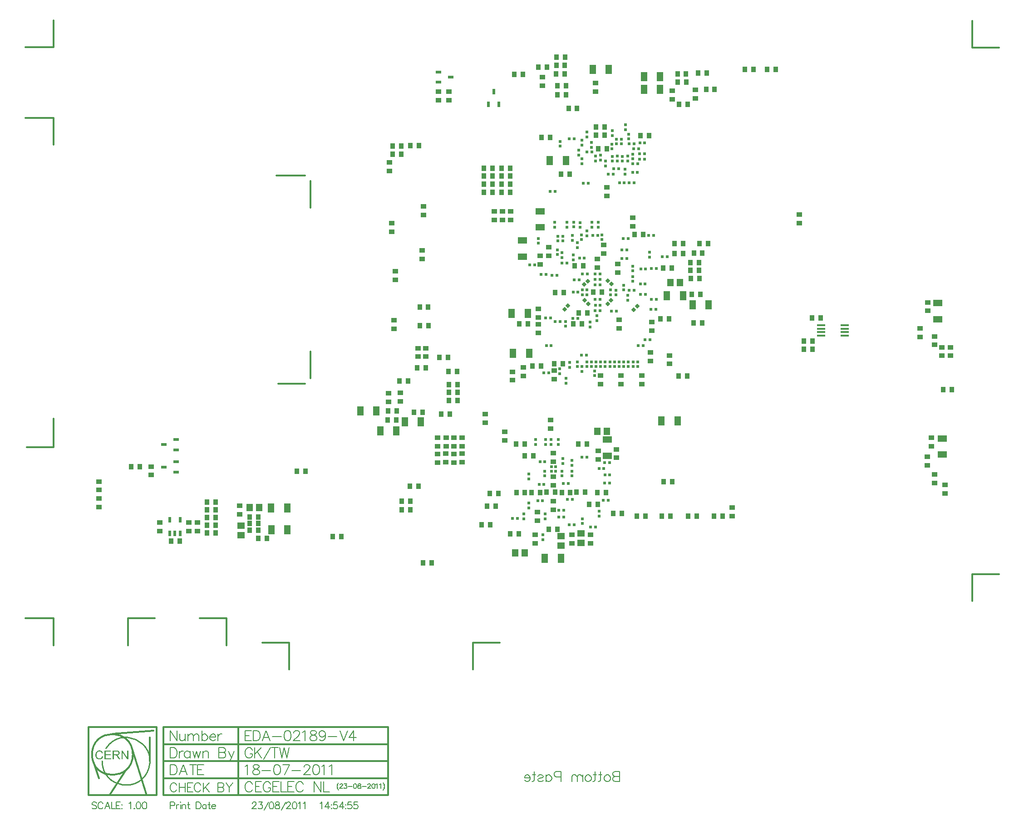
<source format=gbr>
%FSLAX24Y24*%
%MOIN*%
G70*
G01*
G75*
G04 Layer_Color=128*
%ADD10R,0.0787X0.0984*%
%ADD11R,0.0197X0.0906*%
%ADD12R,0.0787X0.0197*%
%ADD13R,0.0433X0.0236*%
%ADD14R,0.0236X0.0413*%
%ADD15R,0.0394X0.0394*%
%ADD16R,0.0394X0.0236*%
%ADD17R,0.0689X0.0984*%
%ADD18R,0.0335X0.0118*%
%ADD19R,0.0610X0.0236*%
%ADD20R,0.0236X0.0807*%
%ADD21C,0.0252*%
%ADD22O,0.0413X0.0138*%
%ADD23O,0.0138X0.0413*%
%ADD24R,0.1280X0.1280*%
%ADD25R,0.1398X0.1398*%
%ADD26O,0.0118X0.0354*%
%ADD27O,0.0354X0.0118*%
%ADD28R,0.1319X0.1319*%
%ADD29O,0.0413X0.0118*%
%ADD30O,0.0118X0.0413*%
%ADD31R,0.1004X0.1004*%
%ADD32R,0.0276X0.1575*%
%ADD33R,0.0276X0.1260*%
%ADD34R,0.0827X0.0551*%
%ADD35R,0.0709X0.0787*%
%ADD36R,0.0532X0.0492*%
%ADD37R,0.0669X0.0846*%
%ADD38R,0.0608X0.0512*%
%ADD39R,0.0354X0.0433*%
%ADD40R,0.0787X0.1063*%
%ADD41R,0.0354X0.0374*%
%ADD42C,0.0354*%
%ADD43R,0.1142X0.2126*%
%ADD44R,0.1500X0.1671*%
%ADD45R,0.1260X0.0965*%
%ADD46R,0.0453X0.1063*%
%ADD47C,0.0157*%
%ADD48C,0.0394*%
%ADD49C,0.0197*%
%ADD50C,0.0177*%
%ADD51R,0.0787X0.0354*%
%ADD52R,0.1671X0.1500*%
%ADD53R,0.0394X0.0354*%
%ADD54R,0.0394X0.0374*%
%ADD55R,0.0453X0.0709*%
%ADD56R,0.0709X0.0453*%
%ADD57R,0.1063X0.0453*%
%ADD58R,0.0244X0.0244*%
%ADD59R,0.0354X0.0394*%
%ADD60R,0.0374X0.0394*%
%ADD61R,0.0453X0.0571*%
%ADD62R,0.0571X0.0453*%
%ADD63R,0.0591X0.0177*%
%ADD64R,0.0236X0.0236*%
%ADD65P,0.0557X4X180.0*%
%ADD66R,0.0118X0.0335*%
%ADD67R,0.0984X0.0689*%
%ADD68R,0.0244X0.0244*%
%ADD69R,0.0236X0.0236*%
%ADD70R,0.0413X0.0236*%
%ADD71R,0.0236X0.0394*%
%ADD72C,0.0050*%
%ADD73C,0.0600*%
%ADD74C,0.0300*%
%ADD75C,0.0120*%
%ADD76C,0.0100*%
%ADD77C,0.0080*%
%ADD78C,0.0150*%
%ADD79C,0.0060*%
%ADD80C,0.0160*%
%ADD81C,0.0240*%
%ADD82C,0.0200*%
%ADD83C,0.0070*%
%ADD84C,0.0140*%
%ADD85C,0.0180*%
%ADD86C,0.0260*%
%ADD87C,0.0400*%
%ADD88C,0.0787*%
%ADD89R,0.0787X0.0787*%
%ADD90C,0.2362*%
%ADD91C,0.2244*%
%ADD92C,0.2283*%
%ADD93C,0.0630*%
%ADD94C,0.0669*%
%ADD95C,0.0591*%
%ADD96R,0.0591X0.0591*%
%ADD97R,0.1181X0.0866*%
%ADD98C,0.1575*%
%ADD99C,0.0295*%
%ADD100C,0.0472*%
%ADD101R,0.0236X0.0433*%
%ADD102R,0.0236X0.0413*%
%ADD103P,0.0557X4X270.0*%
%ADD104P,0.0345X4X90.0*%
%ADD105P,0.0345X4X360.0*%
%ADD106C,0.0500*%
%ADD107C,0.0079*%
%ADD108C,0.0098*%
%ADD109C,0.0039*%
%ADD110C,0.0118*%
%ADD111C,0.0030*%
%ADD112R,0.0670X0.1810*%
%ADD113R,0.0270X0.0320*%
%ADD114R,0.0550X0.0340*%
%ADD115R,0.1460X0.0760*%
%ADD116R,0.2010X0.0890*%
%ADD117R,0.1800X0.0500*%
%ADD118R,0.4000X0.0450*%
%ADD119R,0.2050X0.0600*%
%ADD120R,0.0850X0.1000*%
%ADD121R,0.0400X0.1000*%
%ADD122R,0.0550X0.1100*%
%ADD123R,0.0400X0.1050*%
%ADD124R,0.1650X0.1150*%
%ADD125R,0.1170X0.1430*%
%ADD126R,0.1120X0.0640*%
%ADD127R,0.1110X0.0950*%
%ADD128R,0.1140X0.0430*%
%ADD129R,0.1130X0.0630*%
%ADD130R,0.1160X0.0440*%
%ADD131R,0.1110X0.0700*%
%ADD132R,0.1060X0.0270*%
%ADD133R,0.5850X0.0150*%
%ADD134R,0.1650X0.1050*%
%ADD135R,0.1800X0.1100*%
%ADD136R,0.2880X0.1120*%
%ADD137R,0.6810X0.0690*%
%ADD138R,0.5410X0.0280*%
%ADD139R,0.0230X0.0310*%
%ADD140R,0.0310X0.1000*%
%ADD141R,0.0380X0.0820*%
%ADD142R,0.0380X0.1240*%
%ADD143R,0.0350X0.1240*%
%ADD144R,0.0280X0.0790*%
%ADD145R,0.0440X0.1020*%
%ADD146R,0.0530X0.1020*%
%ADD147R,0.0886X0.0886*%
%ADD148R,0.0835X0.0835*%
%ADD149C,0.0000*%
%ADD150P,0.0000X4X180.0*%
%ADD151P,0.0000X4X270.0*%
G36*
X35074Y25290D02*
X35082D01*
X35102Y25289D01*
X35122Y25287D01*
X35144Y25283D01*
X35164Y25279D01*
X35174Y25276D01*
X35183Y25273D01*
X35184D01*
X35185Y25272D01*
X35190Y25271D01*
X35198Y25266D01*
X35208Y25259D01*
X35220Y25251D01*
X35231Y25240D01*
X35243Y25228D01*
X35254Y25212D01*
X35255Y25210D01*
X35258Y25204D01*
X35263Y25195D01*
X35267Y25184D01*
X35272Y25169D01*
X35277Y25152D01*
X35280Y25135D01*
X35281Y25115D01*
Y25114D01*
Y25112D01*
Y25108D01*
X35280Y25104D01*
Y25098D01*
X35279Y25091D01*
X35275Y25075D01*
X35270Y25057D01*
X35263Y25038D01*
X35251Y25019D01*
X35244Y25009D01*
X35236Y25000D01*
X35234Y24998D01*
X35231Y24996D01*
X35228Y24992D01*
X35224Y24989D01*
X35218Y24985D01*
X35211Y24981D01*
X35203Y24976D01*
X35194Y24971D01*
X35184Y24966D01*
X35173Y24961D01*
X35160Y24956D01*
X35147Y24951D01*
X35133Y24947D01*
X35117Y24945D01*
X35101Y24942D01*
X35103Y24941D01*
X35106Y24939D01*
X35112Y24936D01*
X35119Y24932D01*
X35136Y24921D01*
X35144Y24915D01*
X35151Y24909D01*
X35153Y24907D01*
X35158Y24904D01*
X35165Y24896D01*
X35174Y24886D01*
X35185Y24873D01*
X35196Y24859D01*
X35209Y24842D01*
X35222Y24824D01*
X35333Y24650D01*
X35226D01*
X35142Y24783D01*
Y24783D01*
X35140Y24785D01*
X35138Y24788D01*
X35136Y24792D01*
X35129Y24802D01*
X35120Y24815D01*
X35110Y24829D01*
X35100Y24844D01*
X35090Y24858D01*
X35080Y24870D01*
X35079Y24871D01*
X35076Y24875D01*
X35071Y24881D01*
X35066Y24888D01*
X35052Y24902D01*
X35045Y24908D01*
X35037Y24913D01*
X35036Y24914D01*
X35034Y24915D01*
X35030Y24917D01*
X35025Y24920D01*
X35014Y24926D01*
X34999Y24931D01*
X34998D01*
X34996Y24932D01*
X34992D01*
X34987Y24933D01*
X34981Y24934D01*
X34973D01*
X34963Y24935D01*
X34854D01*
Y24650D01*
X34769D01*
Y25291D01*
X35066D01*
X35074Y25290D01*
D02*
G37*
G36*
X34636Y25216D02*
X34257D01*
Y25019D01*
X34612D01*
Y24944D01*
X34257D01*
Y24725D01*
X34651D01*
Y24650D01*
X34172D01*
Y25291D01*
X34636D01*
Y25216D01*
D02*
G37*
G36*
X35917Y24650D02*
X35831D01*
X35494Y25153D01*
Y24650D01*
X35413D01*
Y25291D01*
X35499D01*
X35836Y24787D01*
Y25291D01*
X35917D01*
Y24650D01*
D02*
G37*
G36*
X33818Y25301D02*
X33826Y25300D01*
X33836Y25299D01*
X33846Y25298D01*
X33858Y25296D01*
X33884Y25290D01*
X33911Y25281D01*
X33924Y25275D01*
X33938Y25269D01*
X33951Y25261D01*
X33964Y25252D01*
X33965Y25251D01*
X33966Y25250D01*
X33969Y25247D01*
X33974Y25243D01*
X33979Y25238D01*
X33986Y25231D01*
X33993Y25225D01*
X34000Y25217D01*
X34007Y25207D01*
X34014Y25197D01*
X34022Y25186D01*
X34030Y25173D01*
X34037Y25160D01*
X34044Y25146D01*
X34055Y25114D01*
X33971Y25095D01*
Y25096D01*
X33970Y25098D01*
X33969Y25102D01*
X33967Y25107D01*
X33965Y25112D01*
X33962Y25119D01*
X33955Y25134D01*
X33946Y25150D01*
X33934Y25168D01*
X33922Y25184D01*
X33906Y25197D01*
X33904Y25198D01*
X33898Y25202D01*
X33889Y25207D01*
X33877Y25214D01*
X33862Y25220D01*
X33843Y25225D01*
X33823Y25229D01*
X33800Y25230D01*
X33793D01*
X33788Y25229D01*
X33781D01*
X33774Y25228D01*
X33757Y25225D01*
X33737Y25221D01*
X33717Y25214D01*
X33696Y25205D01*
X33677Y25193D01*
X33676D01*
X33675Y25191D01*
X33669Y25187D01*
X33660Y25179D01*
X33649Y25168D01*
X33639Y25154D01*
X33627Y25139D01*
X33616Y25119D01*
X33607Y25098D01*
Y25097D01*
X33606Y25095D01*
X33605Y25092D01*
X33604Y25087D01*
X33602Y25082D01*
X33601Y25075D01*
X33598Y25060D01*
X33594Y25041D01*
X33591Y25021D01*
X33589Y24998D01*
X33588Y24975D01*
Y24974D01*
Y24971D01*
Y24967D01*
Y24961D01*
X33589Y24954D01*
Y24945D01*
X33590Y24937D01*
X33591Y24927D01*
X33594Y24905D01*
X33598Y24880D01*
X33603Y24856D01*
X33611Y24832D01*
Y24831D01*
X33612Y24829D01*
X33614Y24826D01*
X33616Y24823D01*
X33621Y24811D01*
X33629Y24798D01*
X33640Y24783D01*
X33652Y24768D01*
X33667Y24753D01*
X33684Y24741D01*
X33685D01*
X33686Y24740D01*
X33689Y24738D01*
X33693Y24736D01*
X33704Y24732D01*
X33718Y24726D01*
X33733Y24721D01*
X33752Y24716D01*
X33772Y24712D01*
X33794Y24711D01*
X33801D01*
X33805Y24712D01*
X33811D01*
X33819Y24713D01*
X33836Y24716D01*
X33854Y24721D01*
X33875Y24729D01*
X33894Y24739D01*
X33914Y24752D01*
X33915Y24753D01*
X33916Y24754D01*
X33922Y24760D01*
X33930Y24770D01*
X33941Y24783D01*
X33952Y24800D01*
X33964Y24821D01*
X33973Y24846D01*
X33981Y24874D01*
X34066Y24853D01*
Y24852D01*
X34065Y24848D01*
X34063Y24843D01*
X34061Y24835D01*
X34057Y24827D01*
X34053Y24817D01*
X34049Y24806D01*
X34044Y24794D01*
X34031Y24768D01*
X34013Y24742D01*
X33994Y24716D01*
X33982Y24704D01*
X33969Y24694D01*
X33968Y24693D01*
X33966Y24692D01*
X33963Y24689D01*
X33957Y24685D01*
X33950Y24681D01*
X33942Y24676D01*
X33933Y24671D01*
X33923Y24666D01*
X33911Y24661D01*
X33898Y24657D01*
X33884Y24652D01*
X33869Y24648D01*
X33837Y24641D01*
X33819Y24640D01*
X33801Y24639D01*
X33791D01*
X33783Y24640D01*
X33774D01*
X33764Y24641D01*
X33753Y24643D01*
X33741Y24644D01*
X33714Y24650D01*
X33685Y24657D01*
X33658Y24667D01*
X33644Y24673D01*
X33632Y24681D01*
X33631Y24682D01*
X33629Y24683D01*
X33626Y24686D01*
X33621Y24689D01*
X33609Y24699D01*
X33596Y24712D01*
X33579Y24729D01*
X33563Y24750D01*
X33547Y24775D01*
X33533Y24803D01*
Y24804D01*
X33532Y24807D01*
X33530Y24811D01*
X33528Y24817D01*
X33525Y24824D01*
X33522Y24833D01*
X33519Y24843D01*
X33517Y24855D01*
X33514Y24866D01*
X33511Y24880D01*
X33505Y24909D01*
X33501Y24941D01*
X33500Y24975D01*
Y24976D01*
Y24980D01*
Y24985D01*
X33501Y24991D01*
Y25000D01*
X33502Y25011D01*
X33503Y25022D01*
X33505Y25034D01*
X33510Y25062D01*
X33516Y25091D01*
X33525Y25121D01*
X33538Y25149D01*
Y25150D01*
X33540Y25152D01*
X33542Y25156D01*
X33545Y25162D01*
X33549Y25168D01*
X33554Y25175D01*
X33566Y25191D01*
X33581Y25210D01*
X33599Y25229D01*
X33622Y25247D01*
X33646Y25263D01*
X33647D01*
X33649Y25265D01*
X33653Y25267D01*
X33659Y25269D01*
X33665Y25271D01*
X33673Y25275D01*
X33682Y25278D01*
X33692Y25282D01*
X33703Y25286D01*
X33715Y25289D01*
X33741Y25296D01*
X33770Y25300D01*
X33802Y25302D01*
X33811D01*
X33818Y25301D01*
D02*
G37*
%LPC*%
G36*
X35056Y25220D02*
X34854D01*
Y25008D01*
X35045D01*
X35056Y25009D01*
X35068Y25010D01*
X35083Y25011D01*
X35099Y25013D01*
X35113Y25016D01*
X35126Y25020D01*
X35128Y25021D01*
X35132Y25022D01*
X35138Y25025D01*
X35144Y25028D01*
X35152Y25034D01*
X35161Y25041D01*
X35169Y25049D01*
X35176Y25058D01*
X35177Y25059D01*
X35179Y25063D01*
X35182Y25068D01*
X35185Y25075D01*
X35187Y25083D01*
X35190Y25093D01*
X35192Y25104D01*
X35193Y25115D01*
Y25116D01*
Y25117D01*
Y25123D01*
X35191Y25131D01*
X35189Y25142D01*
X35185Y25153D01*
X35180Y25166D01*
X35171Y25179D01*
X35160Y25190D01*
X35158Y25191D01*
X35154Y25195D01*
X35145Y25200D01*
X35135Y25205D01*
X35120Y25211D01*
X35103Y25215D01*
X35081Y25219D01*
X35056Y25220D01*
D02*
G37*
%LPD*%
D16*
X59586Y74778D02*
D03*
X58680Y75152D02*
D03*
Y74404D02*
D03*
X38520Y46128D02*
D03*
X39426Y45754D02*
D03*
Y46502D02*
D03*
X39436Y48142D02*
D03*
Y47394D02*
D03*
X38530Y47768D02*
D03*
D53*
X95659Y54301D02*
D03*
Y54931D02*
D03*
X58683Y73083D02*
D03*
Y73713D02*
D03*
X80273Y43153D02*
D03*
Y42523D02*
D03*
X85200Y64063D02*
D03*
Y64693D02*
D03*
X38239Y41433D02*
D03*
Y42063D02*
D03*
X40979Y41423D02*
D03*
Y42053D02*
D03*
X62793Y64913D02*
D03*
Y64283D02*
D03*
X63993D02*
D03*
Y64913D02*
D03*
X63403Y64283D02*
D03*
Y64913D02*
D03*
X58643Y47083D02*
D03*
Y46453D02*
D03*
X59253Y48283D02*
D03*
Y47653D02*
D03*
X60443Y48283D02*
D03*
Y47653D02*
D03*
X59843Y46463D02*
D03*
Y47093D02*
D03*
X63573Y48083D02*
D03*
Y48713D02*
D03*
X94903Y47653D02*
D03*
Y48283D02*
D03*
X95900Y44190D02*
D03*
Y44820D02*
D03*
X96280Y54301D02*
D03*
Y54931D02*
D03*
X94613Y57603D02*
D03*
Y58233D02*
D03*
X33750Y45065D02*
D03*
Y44435D02*
D03*
X70376Y61425D02*
D03*
Y60795D02*
D03*
X69876Y41141D02*
D03*
Y40511D02*
D03*
X71063Y66673D02*
D03*
Y66043D02*
D03*
X70829Y61829D02*
D03*
Y62459D02*
D03*
X70213Y74353D02*
D03*
Y73723D02*
D03*
X66924Y48954D02*
D03*
Y49584D02*
D03*
X60433Y46473D02*
D03*
Y47103D02*
D03*
X59243Y46473D02*
D03*
Y47103D02*
D03*
X59843Y48283D02*
D03*
Y47653D02*
D03*
X58643Y48283D02*
D03*
Y47653D02*
D03*
X40349Y42043D02*
D03*
Y41413D02*
D03*
X59473Y73083D02*
D03*
Y73713D02*
D03*
X37600Y45535D02*
D03*
Y46165D02*
D03*
X33750Y43185D02*
D03*
Y43815D02*
D03*
D54*
X95143Y45583D02*
D03*
Y44953D02*
D03*
X95113Y55103D02*
D03*
Y55733D02*
D03*
X74353Y56163D02*
D03*
Y56793D02*
D03*
X62113Y49373D02*
D03*
Y50003D02*
D03*
X94073Y55683D02*
D03*
Y56313D02*
D03*
X57750Y54865D02*
D03*
Y54235D02*
D03*
X57200D02*
D03*
Y54865D02*
D03*
X67120Y46515D02*
D03*
Y47145D02*
D03*
X70432Y46673D02*
D03*
Y47303D02*
D03*
X68498Y40511D02*
D03*
Y41141D02*
D03*
X65803Y40523D02*
D03*
Y41153D02*
D03*
X72964Y64437D02*
D03*
Y63807D02*
D03*
X67190Y52576D02*
D03*
Y53206D02*
D03*
X70595Y52212D02*
D03*
Y52842D02*
D03*
X73617D02*
D03*
Y52212D02*
D03*
X72111D02*
D03*
Y52842D02*
D03*
X71763Y47433D02*
D03*
Y46803D02*
D03*
X71960Y56327D02*
D03*
Y56957D02*
D03*
X66145Y61640D02*
D03*
Y61010D02*
D03*
X66033Y57113D02*
D03*
Y57743D02*
D03*
X64933Y52813D02*
D03*
Y53443D02*
D03*
X71872Y61061D02*
D03*
Y60431D02*
D03*
X66033Y56603D02*
D03*
Y55973D02*
D03*
X94583Y46243D02*
D03*
Y46873D02*
D03*
X44088Y42657D02*
D03*
Y43287D02*
D03*
X65953Y42824D02*
D03*
Y42195D02*
D03*
X67125Y44783D02*
D03*
Y45413D02*
D03*
X67130Y43605D02*
D03*
Y42975D02*
D03*
X64123Y53133D02*
D03*
Y52503D02*
D03*
X66333Y74793D02*
D03*
Y74163D02*
D03*
X66793Y61663D02*
D03*
Y62293D02*
D03*
X74260Y53925D02*
D03*
Y54555D02*
D03*
X77573Y73853D02*
D03*
Y73223D02*
D03*
X55023Y50923D02*
D03*
Y51553D02*
D03*
X55893Y50943D02*
D03*
Y51573D02*
D03*
X75663Y54333D02*
D03*
Y53703D02*
D03*
X75853Y73163D02*
D03*
Y73793D02*
D03*
X55256Y64035D02*
D03*
Y63406D02*
D03*
X57486Y62045D02*
D03*
Y61415D02*
D03*
X55423Y56929D02*
D03*
Y56299D02*
D03*
X55098Y68504D02*
D03*
Y67874D02*
D03*
X57579Y65288D02*
D03*
Y64658D02*
D03*
X55533Y59893D02*
D03*
Y60523D02*
D03*
D55*
X52952Y50248D02*
D03*
X54134D02*
D03*
X76254Y49528D02*
D03*
X75072D02*
D03*
X47579Y43118D02*
D03*
X46398D02*
D03*
X47609Y41528D02*
D03*
X46428D02*
D03*
X78534Y58038D02*
D03*
X77352D02*
D03*
X65249Y57418D02*
D03*
X64068D02*
D03*
X74960Y73874D02*
D03*
X73779D02*
D03*
X70012Y75358D02*
D03*
X71194D02*
D03*
X73782Y74828D02*
D03*
X74964D02*
D03*
X76647Y58708D02*
D03*
X75466D02*
D03*
X55604Y48778D02*
D03*
X54422D02*
D03*
X57394Y49438D02*
D03*
X56212D02*
D03*
X66867Y68659D02*
D03*
X68048D02*
D03*
X67681Y39430D02*
D03*
X66499D02*
D03*
X65359Y54476D02*
D03*
X64178D02*
D03*
D56*
X95373Y58179D02*
D03*
Y56997D02*
D03*
X64863Y62769D02*
D03*
Y61587D02*
D03*
X71100Y46959D02*
D03*
Y48141D02*
D03*
X66164Y63746D02*
D03*
Y64928D02*
D03*
X95683Y48229D02*
D03*
Y47047D02*
D03*
D58*
X66576Y57088D02*
D03*
X66930D02*
D03*
X70835Y46023D02*
D03*
X70481D02*
D03*
X66580Y60288D02*
D03*
X66226D02*
D03*
X73863Y55480D02*
D03*
X74217D02*
D03*
X66081Y44842D02*
D03*
X66436D02*
D03*
X69231Y46840D02*
D03*
X69585D02*
D03*
X68646Y41868D02*
D03*
X68292D02*
D03*
X72711Y59113D02*
D03*
X73066D02*
D03*
X67763Y61110D02*
D03*
X68117D02*
D03*
X71764Y57587D02*
D03*
X71409D02*
D03*
X68673Y59890D02*
D03*
X69027D02*
D03*
X68937Y58990D02*
D03*
X68583D02*
D03*
X70209Y59929D02*
D03*
X70563D02*
D03*
X70209Y57606D02*
D03*
X70563D02*
D03*
X69627Y60320D02*
D03*
X69273D02*
D03*
X70563Y60313D02*
D03*
X70209D02*
D03*
Y59516D02*
D03*
X70563D02*
D03*
X70218Y58010D02*
D03*
X70573D02*
D03*
X70560Y58448D02*
D03*
X70206D02*
D03*
X67389Y60215D02*
D03*
X67034D02*
D03*
X65408Y60982D02*
D03*
X65762D02*
D03*
X67621Y56827D02*
D03*
X67267D02*
D03*
X72522Y61465D02*
D03*
X72167D02*
D03*
X66909Y66374D02*
D03*
X67263D02*
D03*
X74306Y57728D02*
D03*
X74660D02*
D03*
X68227Y44901D02*
D03*
X67873D02*
D03*
X64497Y42342D02*
D03*
X64142D02*
D03*
X66970Y55038D02*
D03*
X66616D02*
D03*
X67534Y42448D02*
D03*
X67888D02*
D03*
X65983Y43661D02*
D03*
X66337D02*
D03*
X68178Y43740D02*
D03*
X68532D02*
D03*
X66153Y46520D02*
D03*
X66507D02*
D03*
X69871Y41712D02*
D03*
X70225D02*
D03*
X67879Y42940D02*
D03*
X67524D02*
D03*
X73723Y55056D02*
D03*
X73369D02*
D03*
X68932Y57055D02*
D03*
X68577D02*
D03*
X72157Y62085D02*
D03*
X72512D02*
D03*
X72263Y62930D02*
D03*
X72617D02*
D03*
X69401Y61484D02*
D03*
X69047D02*
D03*
X73486Y69949D02*
D03*
X73840D02*
D03*
X73473Y68760D02*
D03*
X73827D02*
D03*
X71983Y67000D02*
D03*
X72337D02*
D03*
X68660Y70238D02*
D03*
X68306D02*
D03*
X71164Y67644D02*
D03*
X71519D02*
D03*
X72703Y67000D02*
D03*
X73057D02*
D03*
X72976Y68408D02*
D03*
X73330D02*
D03*
X74126Y63138D02*
D03*
X74480D02*
D03*
X73543Y58830D02*
D03*
X73897D02*
D03*
X74326Y58458D02*
D03*
X74680D02*
D03*
X74687Y60707D02*
D03*
X74333D02*
D03*
X73555Y60697D02*
D03*
X73909D02*
D03*
X73516Y59585D02*
D03*
X73870D02*
D03*
X69333Y66967D02*
D03*
X69687D02*
D03*
X70380Y63138D02*
D03*
X70025D02*
D03*
X75497Y61570D02*
D03*
X75143D02*
D03*
D59*
X76319Y52805D02*
D03*
X76949D02*
D03*
X73278Y42528D02*
D03*
X73908D02*
D03*
X75098Y42518D02*
D03*
X75728D02*
D03*
X77028Y42528D02*
D03*
X77658D02*
D03*
X78928D02*
D03*
X79558D02*
D03*
X72148Y42718D02*
D03*
X71518D02*
D03*
X86148Y55370D02*
D03*
X85518D02*
D03*
X56628Y43618D02*
D03*
X55998D02*
D03*
X56628Y42988D02*
D03*
X55998D02*
D03*
X62268Y43258D02*
D03*
X62898D02*
D03*
X77858Y62548D02*
D03*
X78488D02*
D03*
X62458Y44188D02*
D03*
X63088D02*
D03*
X83448Y75358D02*
D03*
X82818D02*
D03*
X36135Y46150D02*
D03*
X36765D02*
D03*
X64888Y74968D02*
D03*
X64258D02*
D03*
X68683Y60913D02*
D03*
X69313D02*
D03*
X55958Y69133D02*
D03*
X55328D02*
D03*
X55958Y69708D02*
D03*
X55328D02*
D03*
X42334Y41278D02*
D03*
X41704D02*
D03*
X42336Y41845D02*
D03*
X41706D02*
D03*
X42336Y42411D02*
D03*
X41706D02*
D03*
X42336Y42977D02*
D03*
X41706D02*
D03*
X42336Y43543D02*
D03*
X41706D02*
D03*
X57569Y39094D02*
D03*
X58199D02*
D03*
X51565Y41008D02*
D03*
X50935D02*
D03*
X59403Y54172D02*
D03*
X58773D02*
D03*
X57265Y69750D02*
D03*
X56635D02*
D03*
X60065Y53150D02*
D03*
X59435D02*
D03*
X76668Y62558D02*
D03*
X76038D02*
D03*
X67348Y75648D02*
D03*
X67978D02*
D03*
X68058Y74138D02*
D03*
X67428D02*
D03*
X70888Y71118D02*
D03*
X70258D02*
D03*
X65258Y56658D02*
D03*
X64628D02*
D03*
X71055Y69526D02*
D03*
X70425D02*
D03*
X95758Y51828D02*
D03*
X96388D02*
D03*
X75858Y45038D02*
D03*
X75228D02*
D03*
X61868Y41868D02*
D03*
X62498D02*
D03*
X63948Y68098D02*
D03*
X63318D02*
D03*
X63948Y66918D02*
D03*
X63318D02*
D03*
X63948Y67508D02*
D03*
X63318D02*
D03*
X63948Y66328D02*
D03*
X63318D02*
D03*
X62668D02*
D03*
X62038D02*
D03*
X62668Y67508D02*
D03*
X62038D02*
D03*
X62668Y66918D02*
D03*
X62038D02*
D03*
X62668Y68098D02*
D03*
X62038D02*
D03*
X48288Y45818D02*
D03*
X48918D02*
D03*
X76028Y61828D02*
D03*
X76658D02*
D03*
X85518Y54790D02*
D03*
X86148D02*
D03*
D60*
X57313Y57894D02*
D03*
X57943D02*
D03*
X77758Y75078D02*
D03*
X78388D02*
D03*
X86762Y57087D02*
D03*
X86132D02*
D03*
X78978Y73888D02*
D03*
X78348D02*
D03*
X59515Y50020D02*
D03*
X58885D02*
D03*
X54978Y49568D02*
D03*
X55608D02*
D03*
X60085Y51620D02*
D03*
X59455D02*
D03*
X76898Y74418D02*
D03*
X76268D02*
D03*
X67745Y44252D02*
D03*
X68375D02*
D03*
X66642Y44271D02*
D03*
X67272D02*
D03*
X64414Y44250D02*
D03*
X65044D02*
D03*
X70388Y43393D02*
D03*
X69759D02*
D03*
X63955Y41200D02*
D03*
X64585D02*
D03*
X66156Y44259D02*
D03*
X65526D02*
D03*
X70349Y44240D02*
D03*
X70979D02*
D03*
X65605Y53551D02*
D03*
X66235D02*
D03*
X67199Y53718D02*
D03*
X67829D02*
D03*
X77206Y61142D02*
D03*
X77836D02*
D03*
X70701Y58984D02*
D03*
X70071D02*
D03*
X69001Y57448D02*
D03*
X69631D02*
D03*
X77206Y60580D02*
D03*
X77836D02*
D03*
X39074Y40698D02*
D03*
X39704D02*
D03*
X77418Y56728D02*
D03*
X78048D02*
D03*
X67886Y58965D02*
D03*
X67256D02*
D03*
X67998Y76238D02*
D03*
X67368D02*
D03*
X68878Y72478D02*
D03*
X68248D02*
D03*
X45466Y42460D02*
D03*
X44836D02*
D03*
Y41476D02*
D03*
X45466D02*
D03*
Y41968D02*
D03*
X44836D02*
D03*
X45457Y40874D02*
D03*
X46087D02*
D03*
X68607Y56641D02*
D03*
X69237D02*
D03*
X55618Y50238D02*
D03*
X54988D02*
D03*
X59455Y51020D02*
D03*
X60085D02*
D03*
X77308Y58808D02*
D03*
X77938D02*
D03*
X69457Y44271D02*
D03*
X68827D02*
D03*
X67415Y41560D02*
D03*
X66785D02*
D03*
X65028Y46958D02*
D03*
X65658D02*
D03*
X69585Y47805D02*
D03*
X68955D02*
D03*
X64398D02*
D03*
X65028D02*
D03*
X68330Y67644D02*
D03*
X67700D02*
D03*
X73095Y63200D02*
D03*
X73725D02*
D03*
X74146Y70490D02*
D03*
X73516D02*
D03*
X70892Y70531D02*
D03*
X70262D02*
D03*
X75838Y60746D02*
D03*
X75209D02*
D03*
X75008Y57008D02*
D03*
X75638D02*
D03*
X76368Y72788D02*
D03*
X76998D02*
D03*
X66038Y75518D02*
D03*
X66668D02*
D03*
X56465Y52450D02*
D03*
X55835D02*
D03*
X59455Y52170D02*
D03*
X60085D02*
D03*
X57750Y53424D02*
D03*
X57120D02*
D03*
X77228Y59978D02*
D03*
X77858D02*
D03*
X57513Y50157D02*
D03*
X56883D02*
D03*
X78078Y61838D02*
D03*
X77448D02*
D03*
X66884Y70352D02*
D03*
X66255D02*
D03*
X56598Y44718D02*
D03*
X57228D02*
D03*
X76878Y75018D02*
D03*
X76248D02*
D03*
X68048Y73488D02*
D03*
X67418D02*
D03*
X67948Y75008D02*
D03*
X67318D02*
D03*
X81208Y75358D02*
D03*
X81838D02*
D03*
X57334Y56531D02*
D03*
X57964D02*
D03*
D61*
X76422Y59692D02*
D03*
X75713D02*
D03*
X71059Y48750D02*
D03*
X70350D02*
D03*
X45525Y43149D02*
D03*
X44817D02*
D03*
X64325Y39811D02*
D03*
X65034D02*
D03*
D62*
X67711Y41061D02*
D03*
Y40352D02*
D03*
X44187Y41121D02*
D03*
Y41830D02*
D03*
X69167Y41259D02*
D03*
Y40550D02*
D03*
D63*
X86787Y56552D02*
D03*
Y56296D02*
D03*
Y56040D02*
D03*
Y55784D02*
D03*
X88519D02*
D03*
Y56040D02*
D03*
Y56296D02*
D03*
Y56552D02*
D03*
D64*
X72950Y59773D02*
D03*
Y60127D02*
D03*
X68070Y52637D02*
D03*
Y52283D02*
D03*
X67603Y52980D02*
D03*
Y53334D02*
D03*
X68902Y53866D02*
D03*
Y53511D02*
D03*
X68340Y53807D02*
D03*
Y53453D02*
D03*
X68533Y63140D02*
D03*
Y62786D02*
D03*
X70425Y64102D02*
D03*
Y63748D02*
D03*
X68614Y64122D02*
D03*
Y63768D02*
D03*
X67236Y64102D02*
D03*
Y63748D02*
D03*
X69598Y63473D02*
D03*
Y63118D02*
D03*
X65831Y48147D02*
D03*
Y47793D02*
D03*
X67495Y48147D02*
D03*
Y47793D02*
D03*
X69242Y53502D02*
D03*
Y53147D02*
D03*
X69080Y64097D02*
D03*
Y63743D02*
D03*
X70710Y63197D02*
D03*
Y62843D02*
D03*
X69953Y64102D02*
D03*
Y63748D02*
D03*
X67827Y63099D02*
D03*
Y62744D02*
D03*
X67453Y63099D02*
D03*
Y62744D02*
D03*
X69244Y68768D02*
D03*
Y68413D02*
D03*
X72203Y68955D02*
D03*
Y68601D02*
D03*
X72583Y68975D02*
D03*
Y68621D02*
D03*
X72118Y70222D02*
D03*
Y69867D02*
D03*
X72659Y70599D02*
D03*
Y70244D02*
D03*
X71433Y69855D02*
D03*
Y69501D02*
D03*
X72963Y68771D02*
D03*
Y69125D02*
D03*
X70949Y68610D02*
D03*
Y68256D02*
D03*
X71453Y68955D02*
D03*
Y68601D02*
D03*
X71760Y70227D02*
D03*
Y69873D02*
D03*
X68142Y64102D02*
D03*
Y63748D02*
D03*
X69207Y63197D02*
D03*
Y62843D02*
D03*
X72382Y68020D02*
D03*
Y67665D02*
D03*
X70603Y69035D02*
D03*
Y68681D02*
D03*
X70223Y68975D02*
D03*
Y68621D02*
D03*
X71823Y68985D02*
D03*
Y68631D02*
D03*
X69922Y53502D02*
D03*
Y53856D02*
D03*
X70262Y53502D02*
D03*
Y53856D02*
D03*
X70152Y53196D02*
D03*
Y52842D02*
D03*
X69582Y53502D02*
D03*
Y53856D02*
D03*
X71281Y53502D02*
D03*
Y53856D02*
D03*
X70601Y53502D02*
D03*
Y53856D02*
D03*
X72980Y53502D02*
D03*
Y53856D02*
D03*
X70941Y53502D02*
D03*
Y53856D02*
D03*
X71621Y53502D02*
D03*
Y53856D02*
D03*
X72640Y53502D02*
D03*
Y53856D02*
D03*
X71961Y53502D02*
D03*
Y53856D02*
D03*
X73320Y53503D02*
D03*
Y53857D02*
D03*
X72301Y53502D02*
D03*
Y53856D02*
D03*
X66570Y48147D02*
D03*
Y47793D02*
D03*
X66953Y48147D02*
D03*
Y47793D02*
D03*
D68*
X67760Y45824D02*
D03*
Y45470D02*
D03*
X66980Y45803D02*
D03*
Y46157D02*
D03*
X66353Y41145D02*
D03*
Y40791D02*
D03*
X67770Y61523D02*
D03*
Y61877D02*
D03*
X68604Y61356D02*
D03*
Y61711D02*
D03*
X72610Y58747D02*
D03*
Y58393D02*
D03*
X70336Y57242D02*
D03*
Y56888D02*
D03*
X69608Y59142D02*
D03*
Y58787D02*
D03*
X71321D02*
D03*
Y59142D02*
D03*
X71714Y58778D02*
D03*
Y59132D02*
D03*
X69250Y59147D02*
D03*
Y58793D02*
D03*
X72290Y59497D02*
D03*
Y59143D02*
D03*
X66017Y62567D02*
D03*
Y62921D02*
D03*
X74195Y61908D02*
D03*
Y61553D02*
D03*
X67420Y61743D02*
D03*
Y62097D02*
D03*
X68998Y69063D02*
D03*
Y69417D02*
D03*
X66524Y42687D02*
D03*
Y42332D02*
D03*
X66505Y45472D02*
D03*
Y45826D02*
D03*
X64950Y42332D02*
D03*
Y42687D02*
D03*
X69261Y42323D02*
D03*
Y41968D02*
D03*
X67833Y46742D02*
D03*
Y46387D02*
D03*
X67302Y45807D02*
D03*
Y46161D02*
D03*
X68493Y46614D02*
D03*
Y46260D02*
D03*
Y45472D02*
D03*
Y45826D02*
D03*
X70501Y42874D02*
D03*
Y42519D02*
D03*
X65343Y43130D02*
D03*
Y43484D02*
D03*
Y45246D02*
D03*
Y45600D02*
D03*
X68020Y56473D02*
D03*
Y56827D02*
D03*
X69820Y56413D02*
D03*
Y56767D02*
D03*
X68895Y62601D02*
D03*
Y62246D02*
D03*
X69611Y70391D02*
D03*
Y70746D02*
D03*
X67620Y69703D02*
D03*
Y70057D02*
D03*
X69234Y70136D02*
D03*
Y69782D02*
D03*
X72430Y70923D02*
D03*
Y71277D02*
D03*
X69930Y69623D02*
D03*
Y69977D02*
D03*
X72974Y60894D02*
D03*
Y60539D02*
D03*
X71449Y70835D02*
D03*
Y70480D02*
D03*
D69*
X66442Y53039D02*
D03*
X66796D02*
D03*
X69552Y54358D02*
D03*
X69197D02*
D03*
X70900Y46454D02*
D03*
X71255D02*
D03*
X70920Y45549D02*
D03*
X71274D02*
D03*
X70910Y44958D02*
D03*
X71264D02*
D03*
X70802Y43689D02*
D03*
X71156D02*
D03*
X73817Y69150D02*
D03*
X73463D02*
D03*
X73397Y69510D02*
D03*
X73043D02*
D03*
X69957Y69290D02*
D03*
X69603D02*
D03*
X73063Y69890D02*
D03*
X72709D02*
D03*
X73302Y67775D02*
D03*
X72947D02*
D03*
X71927Y68060D02*
D03*
X71572D02*
D03*
D72*
X33583Y21428D02*
X33536Y21476D01*
X33464Y21500D01*
X33369D01*
X33298Y21476D01*
X33250Y21428D01*
Y21381D01*
X33274Y21333D01*
X33298Y21309D01*
X33345Y21286D01*
X33488Y21238D01*
X33536Y21214D01*
X33559Y21190D01*
X33583Y21143D01*
Y21071D01*
X33536Y21024D01*
X33464Y21000D01*
X33369D01*
X33298Y21024D01*
X33250Y21071D01*
X34052Y21381D02*
X34028Y21428D01*
X33981Y21476D01*
X33933Y21500D01*
X33838D01*
X33790Y21476D01*
X33743Y21428D01*
X33719Y21381D01*
X33695Y21309D01*
Y21190D01*
X33719Y21119D01*
X33743Y21071D01*
X33790Y21024D01*
X33838Y21000D01*
X33933D01*
X33981Y21024D01*
X34028Y21071D01*
X34052Y21119D01*
X34574Y21000D02*
X34383Y21500D01*
X34193Y21000D01*
X34264Y21167D02*
X34502D01*
X34690Y21500D02*
Y21000D01*
X34976D01*
X35340Y21500D02*
X35031D01*
Y21000D01*
X35340D01*
X35031Y21262D02*
X35221D01*
X35447Y21333D02*
X35423Y21309D01*
X35447Y21286D01*
X35471Y21309D01*
X35447Y21333D01*
Y21048D02*
X35423Y21024D01*
X35447Y21000D01*
X35471Y21024D01*
X35447Y21048D01*
X35973Y21405D02*
X36021Y21428D01*
X36092Y21500D01*
Y21000D01*
X36364Y21048D02*
X36340Y21024D01*
X36364Y21000D01*
X36387Y21024D01*
X36364Y21048D01*
X36640Y21500D02*
X36568Y21476D01*
X36521Y21405D01*
X36497Y21286D01*
Y21214D01*
X36521Y21095D01*
X36568Y21024D01*
X36640Y21000D01*
X36687D01*
X36759Y21024D01*
X36806Y21095D01*
X36830Y21214D01*
Y21286D01*
X36806Y21405D01*
X36759Y21476D01*
X36687Y21500D01*
X36640D01*
X37085D02*
X37013Y21476D01*
X36966Y21405D01*
X36942Y21286D01*
Y21214D01*
X36966Y21095D01*
X37013Y21024D01*
X37085Y21000D01*
X37132D01*
X37204Y21024D01*
X37252Y21095D01*
X37275Y21214D01*
Y21286D01*
X37252Y21405D01*
X37204Y21476D01*
X37132Y21500D01*
X37085D01*
X39000Y21238D02*
X39214D01*
X39286Y21262D01*
X39309Y21285D01*
X39333Y21333D01*
Y21404D01*
X39309Y21452D01*
X39286Y21476D01*
X39214Y21500D01*
X39000D01*
Y21000D01*
X39445Y21333D02*
Y21000D01*
Y21190D02*
X39469Y21262D01*
X39516Y21309D01*
X39564Y21333D01*
X39636D01*
X39728Y21500D02*
X39752Y21476D01*
X39776Y21500D01*
X39752Y21523D01*
X39728Y21500D01*
X39752Y21333D02*
Y21000D01*
X39864Y21333D02*
Y21000D01*
Y21238D02*
X39935Y21309D01*
X39983Y21333D01*
X40054D01*
X40102Y21309D01*
X40126Y21238D01*
Y21000D01*
X40328Y21500D02*
Y21095D01*
X40352Y21024D01*
X40400Y21000D01*
X40447D01*
X40257Y21333D02*
X40423D01*
X40911Y21500D02*
Y21000D01*
Y21500D02*
X41078D01*
X41149Y21476D01*
X41197Y21428D01*
X41221Y21381D01*
X41245Y21309D01*
Y21190D01*
X41221Y21119D01*
X41197Y21071D01*
X41149Y21024D01*
X41078Y21000D01*
X40911D01*
X41642Y21333D02*
Y21000D01*
Y21262D02*
X41595Y21309D01*
X41547Y21333D01*
X41476D01*
X41428Y21309D01*
X41380Y21262D01*
X41357Y21190D01*
Y21143D01*
X41380Y21071D01*
X41428Y21024D01*
X41476Y21000D01*
X41547D01*
X41595Y21024D01*
X41642Y21071D01*
X41847Y21500D02*
Y21095D01*
X41871Y21024D01*
X41918Y21000D01*
X41966D01*
X41776Y21333D02*
X41942D01*
X42037Y21190D02*
X42323D01*
Y21238D01*
X42299Y21285D01*
X42275Y21309D01*
X42228Y21333D01*
X42156D01*
X42109Y21309D01*
X42061Y21262D01*
X42037Y21190D01*
Y21143D01*
X42061Y21071D01*
X42109Y21024D01*
X42156Y21000D01*
X42228D01*
X42275Y21024D01*
X42323Y21071D01*
X45024Y21381D02*
Y21404D01*
X45048Y21452D01*
X45071Y21476D01*
X45119Y21500D01*
X45214D01*
X45262Y21476D01*
X45286Y21452D01*
X45309Y21404D01*
Y21357D01*
X45286Y21309D01*
X45238Y21238D01*
X45000Y21000D01*
X45333D01*
X45493Y21500D02*
X45755D01*
X45612Y21309D01*
X45683D01*
X45731Y21285D01*
X45755Y21262D01*
X45778Y21190D01*
Y21143D01*
X45755Y21071D01*
X45707Y21024D01*
X45636Y21000D01*
X45564D01*
X45493Y21024D01*
X45469Y21047D01*
X45445Y21095D01*
X45890Y20928D02*
X46223Y21500D01*
X46400D02*
X46328Y21476D01*
X46281Y21404D01*
X46257Y21285D01*
Y21214D01*
X46281Y21095D01*
X46328Y21024D01*
X46400Y21000D01*
X46447D01*
X46519Y21024D01*
X46566Y21095D01*
X46590Y21214D01*
Y21285D01*
X46566Y21404D01*
X46519Y21476D01*
X46447Y21500D01*
X46400D01*
X46821D02*
X46750Y21476D01*
X46726Y21428D01*
Y21381D01*
X46750Y21333D01*
X46797Y21309D01*
X46892Y21285D01*
X46964Y21262D01*
X47011Y21214D01*
X47035Y21166D01*
Y21095D01*
X47011Y21047D01*
X46988Y21024D01*
X46916Y21000D01*
X46821D01*
X46750Y21024D01*
X46726Y21047D01*
X46702Y21095D01*
Y21166D01*
X46726Y21214D01*
X46773Y21262D01*
X46845Y21285D01*
X46940Y21309D01*
X46988Y21333D01*
X47011Y21381D01*
Y21428D01*
X46988Y21476D01*
X46916Y21500D01*
X46821D01*
X47147Y20928D02*
X47480Y21500D01*
X47537Y21381D02*
Y21404D01*
X47561Y21452D01*
X47585Y21476D01*
X47633Y21500D01*
X47728D01*
X47776Y21476D01*
X47799Y21452D01*
X47823Y21404D01*
Y21357D01*
X47799Y21309D01*
X47752Y21238D01*
X47514Y21000D01*
X47847D01*
X48102Y21500D02*
X48030Y21476D01*
X47983Y21404D01*
X47959Y21285D01*
Y21214D01*
X47983Y21095D01*
X48030Y21024D01*
X48102Y21000D01*
X48149D01*
X48221Y21024D01*
X48268Y21095D01*
X48292Y21214D01*
Y21285D01*
X48268Y21404D01*
X48221Y21476D01*
X48149Y21500D01*
X48102D01*
X48404Y21404D02*
X48452Y21428D01*
X48523Y21500D01*
Y21000D01*
X48771Y21404D02*
X48818Y21428D01*
X48890Y21500D01*
Y21000D01*
X50000Y21404D02*
X50048Y21428D01*
X50119Y21500D01*
Y21000D01*
X50605Y21500D02*
X50367Y21166D01*
X50724D01*
X50605Y21500D02*
Y21000D01*
X50835Y21333D02*
X50812Y21309D01*
X50835Y21285D01*
X50859Y21309D01*
X50835Y21333D01*
Y21047D02*
X50812Y21024D01*
X50835Y21000D01*
X50859Y21024D01*
X50835Y21047D01*
X51254Y21500D02*
X51016D01*
X50993Y21285D01*
X51016Y21309D01*
X51088Y21333D01*
X51159D01*
X51231Y21309D01*
X51278Y21262D01*
X51302Y21190D01*
Y21143D01*
X51278Y21071D01*
X51231Y21024D01*
X51159Y21000D01*
X51088D01*
X51016Y21024D01*
X50993Y21047D01*
X50969Y21095D01*
X51652Y21500D02*
X51414Y21166D01*
X51771D01*
X51652Y21500D02*
Y21000D01*
X51883Y21333D02*
X51859Y21309D01*
X51883Y21285D01*
X51907Y21309D01*
X51883Y21333D01*
Y21047D02*
X51859Y21024D01*
X51883Y21000D01*
X51907Y21024D01*
X51883Y21047D01*
X52302Y21500D02*
X52064D01*
X52040Y21285D01*
X52064Y21309D01*
X52135Y21333D01*
X52207D01*
X52278Y21309D01*
X52326Y21262D01*
X52349Y21190D01*
Y21143D01*
X52326Y21071D01*
X52278Y21024D01*
X52207Y21000D01*
X52135D01*
X52064Y21024D01*
X52040Y21047D01*
X52016Y21095D01*
X52747Y21500D02*
X52509D01*
X52485Y21285D01*
X52509Y21309D01*
X52580Y21333D01*
X52652D01*
X52723Y21309D01*
X52771Y21262D01*
X52795Y21190D01*
Y21143D01*
X52771Y21071D01*
X52723Y21024D01*
X52652Y21000D01*
X52580D01*
X52509Y21024D01*
X52485Y21047D01*
X52461Y21095D01*
X51367Y22917D02*
X51333Y22883D01*
X51300Y22833D01*
X51267Y22767D01*
X51250Y22683D01*
Y22617D01*
X51267Y22533D01*
X51300Y22467D01*
X51333Y22417D01*
X51367Y22383D01*
X51333Y22883D02*
X51300Y22817D01*
X51283Y22767D01*
X51267Y22683D01*
Y22617D01*
X51283Y22533D01*
X51300Y22483D01*
X51333Y22417D01*
X51450Y22767D02*
Y22783D01*
X51467Y22817D01*
X51483Y22833D01*
X51517Y22850D01*
X51583D01*
X51617Y22833D01*
X51633Y22817D01*
X51650Y22783D01*
Y22750D01*
X51633Y22717D01*
X51600Y22667D01*
X51433Y22500D01*
X51667D01*
X51778Y22850D02*
X51962D01*
X51862Y22717D01*
X51912D01*
X51945Y22700D01*
X51962Y22683D01*
X51978Y22633D01*
Y22600D01*
X51962Y22550D01*
X51928Y22517D01*
X51878Y22500D01*
X51828D01*
X51778Y22517D01*
X51762Y22533D01*
X51745Y22567D01*
X52056Y22650D02*
X52356D01*
X52560Y22850D02*
X52510Y22833D01*
X52476Y22783D01*
X52460Y22700D01*
Y22650D01*
X52476Y22567D01*
X52510Y22517D01*
X52560Y22500D01*
X52593D01*
X52643Y22517D01*
X52676Y22567D01*
X52693Y22650D01*
Y22700D01*
X52676Y22783D01*
X52643Y22833D01*
X52593Y22850D01*
X52560D01*
X52855D02*
X52805Y22833D01*
X52788Y22800D01*
Y22767D01*
X52805Y22733D01*
X52838Y22717D01*
X52905Y22700D01*
X52955Y22683D01*
X52988Y22650D01*
X53005Y22617D01*
Y22567D01*
X52988Y22533D01*
X52971Y22517D01*
X52921Y22500D01*
X52855D01*
X52805Y22517D01*
X52788Y22533D01*
X52771Y22567D01*
Y22617D01*
X52788Y22650D01*
X52821Y22683D01*
X52871Y22700D01*
X52938Y22717D01*
X52971Y22733D01*
X52988Y22767D01*
Y22800D01*
X52971Y22833D01*
X52921Y22850D01*
X52855D01*
X53083Y22650D02*
X53383D01*
X53503Y22767D02*
Y22783D01*
X53520Y22817D01*
X53536Y22833D01*
X53569Y22850D01*
X53636D01*
X53669Y22833D01*
X53686Y22817D01*
X53703Y22783D01*
Y22750D01*
X53686Y22717D01*
X53653Y22667D01*
X53486Y22500D01*
X53719D01*
X53898Y22850D02*
X53848Y22833D01*
X53814Y22783D01*
X53798Y22700D01*
Y22650D01*
X53814Y22567D01*
X53848Y22517D01*
X53898Y22500D01*
X53931D01*
X53981Y22517D01*
X54014Y22567D01*
X54031Y22650D01*
Y22700D01*
X54014Y22783D01*
X53981Y22833D01*
X53931Y22850D01*
X53898D01*
X54109Y22783D02*
X54143Y22800D01*
X54193Y22850D01*
Y22500D01*
X54366Y22783D02*
X54399Y22800D01*
X54449Y22850D01*
Y22500D01*
X54623Y22917D02*
X54656Y22883D01*
X54689Y22833D01*
X54723Y22767D01*
X54739Y22683D01*
Y22617D01*
X54723Y22533D01*
X54689Y22467D01*
X54656Y22417D01*
X54623Y22383D01*
X54656Y22883D02*
X54689Y22817D01*
X54706Y22767D01*
X54723Y22683D01*
Y22617D01*
X54706Y22533D01*
X54689Y22483D01*
X54656Y22417D01*
D75*
X30433Y33031D02*
Y35000D01*
X28346D02*
X30433D01*
X97884Y38253D02*
X99852D01*
X45748Y33228D02*
X47716D01*
X41161Y35000D02*
X43130D01*
Y33031D02*
Y35000D01*
X97898Y76954D02*
X99866D01*
X97898D02*
Y78923D01*
X30433Y76988D02*
Y78956D01*
X28346Y76988D02*
X30433D01*
X47716Y31260D02*
Y33228D01*
X61220Y31260D02*
Y33229D01*
X63189D01*
X97884Y36284D02*
Y38253D01*
X35905Y33031D02*
Y35000D01*
X37874D01*
X30433Y47598D02*
Y49685D01*
X28465Y47598D02*
X30433D01*
X28346Y71791D02*
X30433D01*
Y69823D02*
Y71791D01*
X46811Y67559D02*
X48898D01*
X49291Y65197D02*
Y67165D01*
Y52638D02*
Y54606D01*
X46929Y52244D02*
X48898D01*
X36250Y25000D02*
G03*
X36250Y25000I-1500J0D01*
G01*
X38500Y27000D02*
X55000D01*
X38500Y25750D02*
X55000D01*
X38500Y24500D02*
X55000D01*
X38500Y23250D02*
X55000D01*
X38500Y22000D02*
X55000D01*
Y27000D01*
X36220Y25300D02*
X37250Y22000D01*
X33000Y27000D02*
X38000D01*
X34750Y26500D02*
X37750Y26750D01*
X33000Y22000D02*
X38000D01*
X44000D02*
Y27000D01*
X38000Y22000D02*
Y27000D01*
X38500Y22000D02*
Y27000D01*
X37500Y24500D02*
Y26250D01*
X33000Y22000D02*
Y27000D01*
X34550Y22050D02*
X35760Y23890D01*
X33350Y24460D02*
X33750Y23250D01*
D76*
X34000Y24503D02*
G03*
X34281Y25450I1750J-3D01*
G01*
D83*
X72000Y23750D02*
Y23000D01*
Y23750D02*
X71679D01*
X71572Y23714D01*
X71536Y23678D01*
X71500Y23607D01*
Y23536D01*
X71536Y23464D01*
X71572Y23428D01*
X71679Y23393D01*
X72000D02*
X71679D01*
X71572Y23357D01*
X71536Y23321D01*
X71500Y23250D01*
Y23143D01*
X71536Y23071D01*
X71572Y23036D01*
X71679Y23000D01*
X72000D01*
X71154Y23500D02*
X71225Y23464D01*
X71297Y23393D01*
X71332Y23286D01*
Y23214D01*
X71297Y23107D01*
X71225Y23036D01*
X71154Y23000D01*
X71047D01*
X70975Y23036D01*
X70904Y23107D01*
X70868Y23214D01*
Y23286D01*
X70904Y23393D01*
X70975Y23464D01*
X71047Y23500D01*
X71154D01*
X70597Y23750D02*
Y23143D01*
X70561Y23036D01*
X70490Y23000D01*
X70418D01*
X70704Y23500D02*
X70454D01*
X70204Y23750D02*
Y23143D01*
X70168Y23036D01*
X70097Y23000D01*
X70025D01*
X70311Y23500D02*
X70061D01*
X69740D02*
X69811Y23464D01*
X69883Y23393D01*
X69918Y23286D01*
Y23214D01*
X69883Y23107D01*
X69811Y23036D01*
X69740Y23000D01*
X69633D01*
X69561Y23036D01*
X69490Y23107D01*
X69454Y23214D01*
Y23286D01*
X69490Y23393D01*
X69561Y23464D01*
X69633Y23500D01*
X69740D01*
X69290D02*
Y23000D01*
Y23357D02*
X69183Y23464D01*
X69111Y23500D01*
X69004D01*
X68933Y23464D01*
X68897Y23357D01*
Y23000D01*
Y23357D02*
X68790Y23464D01*
X68719Y23500D01*
X68611D01*
X68540Y23464D01*
X68504Y23357D01*
Y23000D01*
X67680Y23357D02*
X67358D01*
X67251Y23393D01*
X67215Y23428D01*
X67180Y23500D01*
Y23607D01*
X67215Y23678D01*
X67251Y23714D01*
X67358Y23750D01*
X67680D01*
Y23000D01*
X66583Y23500D02*
Y23000D01*
Y23393D02*
X66655Y23464D01*
X66726Y23500D01*
X66833D01*
X66905Y23464D01*
X66976Y23393D01*
X67012Y23286D01*
Y23214D01*
X66976Y23107D01*
X66905Y23036D01*
X66833Y23000D01*
X66726D01*
X66655Y23036D01*
X66583Y23107D01*
X65991Y23393D02*
X66026Y23464D01*
X66133Y23500D01*
X66241D01*
X66348Y23464D01*
X66383Y23393D01*
X66348Y23321D01*
X66276Y23286D01*
X66098Y23250D01*
X66026Y23214D01*
X65991Y23143D01*
Y23107D01*
X66026Y23036D01*
X66133Y23000D01*
X66241D01*
X66348Y23036D01*
X66383Y23107D01*
X65726Y23750D02*
Y23143D01*
X65691Y23036D01*
X65619Y23000D01*
X65548D01*
X65833Y23500D02*
X65584D01*
X65441Y23286D02*
X65012D01*
Y23357D01*
X65048Y23428D01*
X65084Y23464D01*
X65155Y23500D01*
X65262D01*
X65334Y23464D01*
X65405Y23393D01*
X65441Y23286D01*
Y23214D01*
X65405Y23107D01*
X65334Y23036D01*
X65262Y23000D01*
X65155D01*
X65084Y23036D01*
X65012Y23107D01*
X72000Y23750D02*
Y23000D01*
Y23750D02*
X71679D01*
X71571Y23714D01*
X71536Y23678D01*
X71500Y23607D01*
Y23535D01*
X71536Y23464D01*
X71571Y23428D01*
X71679Y23393D01*
X72000D02*
X71679D01*
X71571Y23357D01*
X71536Y23321D01*
X71500Y23250D01*
Y23143D01*
X71536Y23071D01*
X71571Y23035D01*
X71679Y23000D01*
X72000D01*
X71154Y23500D02*
X71225Y23464D01*
X71297Y23393D01*
X71332Y23285D01*
Y23214D01*
X71297Y23107D01*
X71225Y23035D01*
X71154Y23000D01*
X71047D01*
X70975Y23035D01*
X70904Y23107D01*
X70868Y23214D01*
Y23285D01*
X70904Y23393D01*
X70975Y23464D01*
X71047Y23500D01*
X71154D01*
X70597Y23750D02*
Y23143D01*
X70561Y23035D01*
X70490Y23000D01*
X70418D01*
X70704Y23500D02*
X70454D01*
X70204Y23750D02*
Y23143D01*
X70168Y23035D01*
X70097Y23000D01*
X70025D01*
X70311Y23500D02*
X70061D01*
X69740D02*
X69811Y23464D01*
X69883Y23393D01*
X69918Y23285D01*
Y23214D01*
X69883Y23107D01*
X69811Y23035D01*
X69740Y23000D01*
X69633D01*
X69561Y23035D01*
X69490Y23107D01*
X69454Y23214D01*
Y23285D01*
X69490Y23393D01*
X69561Y23464D01*
X69633Y23500D01*
X69740D01*
X69290D02*
Y23000D01*
Y23357D02*
X69183Y23464D01*
X69111Y23500D01*
X69004D01*
X68933Y23464D01*
X68897Y23357D01*
Y23000D01*
Y23357D02*
X68790Y23464D01*
X68718Y23500D01*
X68611D01*
X68540Y23464D01*
X68504Y23357D01*
Y23000D01*
X67679Y23357D02*
X67358D01*
X67251Y23393D01*
X67215Y23428D01*
X67180Y23500D01*
Y23607D01*
X67215Y23678D01*
X67251Y23714D01*
X67358Y23750D01*
X67679D01*
Y23000D01*
X66583Y23500D02*
Y23000D01*
Y23393D02*
X66655Y23464D01*
X66726Y23500D01*
X66833D01*
X66905Y23464D01*
X66976Y23393D01*
X67012Y23285D01*
Y23214D01*
X66976Y23107D01*
X66905Y23035D01*
X66833Y23000D01*
X66726D01*
X66655Y23035D01*
X66583Y23107D01*
X65991Y23393D02*
X66026Y23464D01*
X66133Y23500D01*
X66240D01*
X66348Y23464D01*
X66383Y23393D01*
X66348Y23321D01*
X66276Y23285D01*
X66098Y23250D01*
X66026Y23214D01*
X65991Y23143D01*
Y23107D01*
X66026Y23035D01*
X66133Y23000D01*
X66240D01*
X66348Y23035D01*
X66383Y23107D01*
X65726Y23750D02*
Y23143D01*
X65691Y23035D01*
X65619Y23000D01*
X65548D01*
X65833Y23500D02*
X65583D01*
X65441Y23285D02*
X65012D01*
Y23357D01*
X65048Y23428D01*
X65084Y23464D01*
X65155Y23500D01*
X65262D01*
X65333Y23464D01*
X65405Y23393D01*
X65441Y23285D01*
Y23214D01*
X65405Y23107D01*
X65333Y23035D01*
X65262Y23000D01*
X65155D01*
X65084Y23035D01*
X65012Y23107D01*
X45036Y22821D02*
X45000Y22892D01*
X44928Y22964D01*
X44857Y23000D01*
X44714D01*
X44643Y22964D01*
X44571Y22892D01*
X44536Y22821D01*
X44500Y22714D01*
Y22535D01*
X44536Y22428D01*
X44571Y22357D01*
X44643Y22285D01*
X44714Y22250D01*
X44857D01*
X44928Y22285D01*
X45000Y22357D01*
X45036Y22428D01*
X45710Y23000D02*
X45246D01*
Y22250D01*
X45710D01*
X45246Y22643D02*
X45532D01*
X46371Y22821D02*
X46335Y22892D01*
X46264Y22964D01*
X46192Y23000D01*
X46050D01*
X45978Y22964D01*
X45907Y22892D01*
X45871Y22821D01*
X45835Y22714D01*
Y22535D01*
X45871Y22428D01*
X45907Y22357D01*
X45978Y22285D01*
X46050Y22250D01*
X46192D01*
X46264Y22285D01*
X46335Y22357D01*
X46371Y22428D01*
Y22535D01*
X46192D02*
X46371D01*
X47007Y23000D02*
X46542D01*
Y22250D01*
X47007D01*
X46542Y22643D02*
X46828D01*
X47132Y23000D02*
Y22250D01*
X47560D01*
X48106Y23000D02*
X47642D01*
Y22250D01*
X48106D01*
X47642Y22643D02*
X47928D01*
X48767Y22821D02*
X48731Y22892D01*
X48660Y22964D01*
X48588Y23000D01*
X48446D01*
X48374Y22964D01*
X48303Y22892D01*
X48267Y22821D01*
X48231Y22714D01*
Y22535D01*
X48267Y22428D01*
X48303Y22357D01*
X48374Y22285D01*
X48446Y22250D01*
X48588D01*
X48660Y22285D01*
X48731Y22357D01*
X48767Y22428D01*
X49567Y23000D02*
Y22250D01*
Y23000D02*
X50067Y22250D01*
Y23000D02*
Y22250D01*
X50274Y23000D02*
Y22250D01*
X50702D01*
X45036Y25321D02*
X45000Y25392D01*
X44928Y25464D01*
X44857Y25500D01*
X44714D01*
X44643Y25464D01*
X44571Y25392D01*
X44536Y25321D01*
X44500Y25214D01*
Y25035D01*
X44536Y24928D01*
X44571Y24857D01*
X44643Y24785D01*
X44714Y24750D01*
X44857D01*
X44928Y24785D01*
X45000Y24857D01*
X45036Y24928D01*
Y25035D01*
X44857D02*
X45036D01*
X45207Y25500D02*
Y24750D01*
X45707Y25500D02*
X45207Y25000D01*
X45385Y25178D02*
X45707Y24750D01*
X45875Y24643D02*
X46375Y25500D01*
X46674D02*
Y24750D01*
X46425Y25500D02*
X46924D01*
X47014D02*
X47192Y24750D01*
X47371Y25500D02*
X47192Y24750D01*
X47371Y25500D02*
X47549Y24750D01*
X47728Y25500D02*
X47549Y24750D01*
X44500Y24107D02*
X44571Y24142D01*
X44678Y24250D01*
Y23500D01*
X45228Y24250D02*
X45121Y24214D01*
X45086Y24142D01*
Y24071D01*
X45121Y24000D01*
X45193Y23964D01*
X45335Y23928D01*
X45443Y23893D01*
X45514Y23821D01*
X45550Y23750D01*
Y23643D01*
X45514Y23571D01*
X45478Y23535D01*
X45371Y23500D01*
X45228D01*
X45121Y23535D01*
X45086Y23571D01*
X45050Y23643D01*
Y23750D01*
X45086Y23821D01*
X45157Y23893D01*
X45264Y23928D01*
X45407Y23964D01*
X45478Y24000D01*
X45514Y24071D01*
Y24142D01*
X45478Y24214D01*
X45371Y24250D01*
X45228D01*
X45718Y23821D02*
X46360D01*
X46796Y24250D02*
X46689Y24214D01*
X46617Y24107D01*
X46582Y23928D01*
Y23821D01*
X46617Y23643D01*
X46689Y23535D01*
X46796Y23500D01*
X46867D01*
X46974Y23535D01*
X47046Y23643D01*
X47082Y23821D01*
Y23928D01*
X47046Y24107D01*
X46974Y24214D01*
X46867Y24250D01*
X46796D01*
X47749D02*
X47392Y23500D01*
X47249Y24250D02*
X47749D01*
X47917Y23821D02*
X48560D01*
X48817Y24071D02*
Y24107D01*
X48853Y24178D01*
X48888Y24214D01*
X48960Y24250D01*
X49103D01*
X49174Y24214D01*
X49210Y24178D01*
X49245Y24107D01*
Y24035D01*
X49210Y23964D01*
X49138Y23857D01*
X48781Y23500D01*
X49281D01*
X49663Y24250D02*
X49556Y24214D01*
X49485Y24107D01*
X49449Y23928D01*
Y23821D01*
X49485Y23643D01*
X49556Y23535D01*
X49663Y23500D01*
X49735D01*
X49842Y23535D01*
X49913Y23643D01*
X49949Y23821D01*
Y23928D01*
X49913Y24107D01*
X49842Y24214D01*
X49735Y24250D01*
X49663D01*
X50117Y24107D02*
X50188Y24142D01*
X50295Y24250D01*
Y23500D01*
X50666Y24107D02*
X50738Y24142D01*
X50845Y24250D01*
Y23500D01*
X44964Y26750D02*
X44500D01*
Y26000D01*
X44964D01*
X44500Y26393D02*
X44786D01*
X45089Y26750D02*
Y26000D01*
Y26750D02*
X45339D01*
X45446Y26714D01*
X45518Y26642D01*
X45553Y26571D01*
X45589Y26464D01*
Y26285D01*
X45553Y26178D01*
X45518Y26107D01*
X45446Y26035D01*
X45339Y26000D01*
X45089D01*
X46328D02*
X46042Y26750D01*
X45757Y26000D01*
X45864Y26250D02*
X46221D01*
X46503Y26321D02*
X47146D01*
X47581Y26750D02*
X47474Y26714D01*
X47403Y26607D01*
X47367Y26428D01*
Y26321D01*
X47403Y26143D01*
X47474Y26035D01*
X47581Y26000D01*
X47653D01*
X47760Y26035D01*
X47831Y26143D01*
X47867Y26321D01*
Y26428D01*
X47831Y26607D01*
X47760Y26714D01*
X47653Y26750D01*
X47581D01*
X48071Y26571D02*
Y26607D01*
X48106Y26678D01*
X48142Y26714D01*
X48213Y26750D01*
X48356D01*
X48428Y26714D01*
X48463Y26678D01*
X48499Y26607D01*
Y26535D01*
X48463Y26464D01*
X48392Y26357D01*
X48035Y26000D01*
X48535D01*
X48703Y26607D02*
X48774Y26642D01*
X48881Y26750D01*
Y26000D01*
X49431Y26750D02*
X49324Y26714D01*
X49288Y26642D01*
Y26571D01*
X49324Y26500D01*
X49395Y26464D01*
X49538Y26428D01*
X49645Y26393D01*
X49717Y26321D01*
X49752Y26250D01*
Y26143D01*
X49717Y26071D01*
X49681Y26035D01*
X49574Y26000D01*
X49431D01*
X49324Y26035D01*
X49288Y26071D01*
X49252Y26143D01*
Y26250D01*
X49288Y26321D01*
X49360Y26393D01*
X49467Y26428D01*
X49610Y26464D01*
X49681Y26500D01*
X49717Y26571D01*
Y26642D01*
X49681Y26714D01*
X49574Y26750D01*
X49431D01*
X50384Y26500D02*
X50349Y26393D01*
X50277Y26321D01*
X50170Y26285D01*
X50134D01*
X50027Y26321D01*
X49956Y26393D01*
X49920Y26500D01*
Y26535D01*
X49956Y26642D01*
X50027Y26714D01*
X50134Y26750D01*
X50170D01*
X50277Y26714D01*
X50349Y26642D01*
X50384Y26500D01*
Y26321D01*
X50349Y26143D01*
X50277Y26035D01*
X50170Y26000D01*
X50099D01*
X49992Y26035D01*
X49956Y26107D01*
X50588Y26321D02*
X51231D01*
X51452Y26750D02*
X51738Y26000D01*
X52023Y26750D02*
X51738Y26000D01*
X52477Y26750D02*
X52120Y26250D01*
X52655D01*
X52477Y26750D02*
Y26000D01*
X39000Y26750D02*
Y26000D01*
Y26750D02*
X39500Y26000D01*
Y26750D02*
Y26000D01*
X39707Y26500D02*
Y26143D01*
X39743Y26035D01*
X39814Y26000D01*
X39921D01*
X39993Y26035D01*
X40100Y26143D01*
Y26500D02*
Y26000D01*
X40296Y26500D02*
Y26000D01*
Y26357D02*
X40403Y26464D01*
X40475Y26500D01*
X40582D01*
X40653Y26464D01*
X40689Y26357D01*
Y26000D01*
Y26357D02*
X40796Y26464D01*
X40867Y26500D01*
X40974D01*
X41046Y26464D01*
X41082Y26357D01*
Y26000D01*
X41317Y26750D02*
Y26000D01*
Y26393D02*
X41389Y26464D01*
X41460Y26500D01*
X41567D01*
X41639Y26464D01*
X41710Y26393D01*
X41746Y26285D01*
Y26214D01*
X41710Y26107D01*
X41639Y26035D01*
X41567Y26000D01*
X41460D01*
X41389Y26035D01*
X41317Y26107D01*
X41906Y26285D02*
X42335D01*
Y26357D01*
X42299Y26428D01*
X42264Y26464D01*
X42192Y26500D01*
X42085D01*
X42014Y26464D01*
X41942Y26393D01*
X41906Y26285D01*
Y26214D01*
X41942Y26107D01*
X42014Y26035D01*
X42085Y26000D01*
X42192D01*
X42264Y26035D01*
X42335Y26107D01*
X42496Y26500D02*
Y26000D01*
Y26285D02*
X42531Y26393D01*
X42603Y26464D01*
X42674Y26500D01*
X42781D01*
X39000Y24250D02*
Y23500D01*
Y24250D02*
X39250D01*
X39357Y24214D01*
X39428Y24142D01*
X39464Y24071D01*
X39500Y23964D01*
Y23785D01*
X39464Y23678D01*
X39428Y23607D01*
X39357Y23535D01*
X39250Y23500D01*
X39000D01*
X40239D02*
X39953Y24250D01*
X39668Y23500D01*
X39775Y23750D02*
X40132D01*
X40664Y24250D02*
Y23500D01*
X40414Y24250D02*
X40914D01*
X41467D02*
X41003D01*
Y23500D01*
X41467D01*
X41003Y23893D02*
X41289D01*
X39000Y25500D02*
Y24750D01*
Y25500D02*
X39250D01*
X39357Y25464D01*
X39428Y25392D01*
X39464Y25321D01*
X39500Y25214D01*
Y25035D01*
X39464Y24928D01*
X39428Y24857D01*
X39357Y24785D01*
X39250Y24750D01*
X39000D01*
X39668Y25250D02*
Y24750D01*
Y25035D02*
X39703Y25143D01*
X39775Y25214D01*
X39846Y25250D01*
X39953D01*
X40450D02*
Y24750D01*
Y25143D02*
X40378Y25214D01*
X40307Y25250D01*
X40200D01*
X40128Y25214D01*
X40057Y25143D01*
X40021Y25035D01*
Y24964D01*
X40057Y24857D01*
X40128Y24785D01*
X40200Y24750D01*
X40307D01*
X40378Y24785D01*
X40450Y24857D01*
X40650Y25250D02*
X40792Y24750D01*
X40935Y25250D02*
X40792Y24750D01*
X40935Y25250D02*
X41078Y24750D01*
X41221Y25250D02*
X41078Y24750D01*
X41396Y25250D02*
Y24750D01*
Y25107D02*
X41503Y25214D01*
X41574Y25250D01*
X41681D01*
X41753Y25214D01*
X41789Y25107D01*
Y24750D01*
X42574Y25500D02*
Y24750D01*
Y25500D02*
X42896D01*
X43003Y25464D01*
X43038Y25428D01*
X43074Y25357D01*
Y25285D01*
X43038Y25214D01*
X43003Y25178D01*
X42896Y25143D01*
X42574D02*
X42896D01*
X43003Y25107D01*
X43038Y25071D01*
X43074Y25000D01*
Y24893D01*
X43038Y24821D01*
X43003Y24785D01*
X42896Y24750D01*
X42574D01*
X43278Y25250D02*
X43492Y24750D01*
X43706Y25250D02*
X43492Y24750D01*
X43420Y24607D01*
X43349Y24536D01*
X43278Y24500D01*
X43242D01*
X39464Y22745D02*
X39433Y22807D01*
X39371Y22869D01*
X39309Y22900D01*
X39186D01*
X39124Y22869D01*
X39062Y22807D01*
X39031Y22745D01*
X39000Y22652D01*
Y22497D01*
X39031Y22405D01*
X39062Y22343D01*
X39124Y22281D01*
X39186Y22250D01*
X39309D01*
X39371Y22281D01*
X39433Y22343D01*
X39464Y22405D01*
X39647Y22900D02*
Y22250D01*
X40080Y22900D02*
Y22250D01*
X39647Y22590D02*
X40080D01*
X40662Y22900D02*
X40259D01*
Y22250D01*
X40662D01*
X40259Y22590D02*
X40507D01*
X41234Y22745D02*
X41203Y22807D01*
X41141Y22869D01*
X41079Y22900D01*
X40956D01*
X40894Y22869D01*
X40832Y22807D01*
X40801Y22745D01*
X40770Y22652D01*
Y22497D01*
X40801Y22405D01*
X40832Y22343D01*
X40894Y22281D01*
X40956Y22250D01*
X41079D01*
X41141Y22281D01*
X41203Y22343D01*
X41234Y22405D01*
X41417Y22900D02*
Y22250D01*
X41850Y22900D02*
X41417Y22466D01*
X41572Y22621D02*
X41850Y22250D01*
X42506Y22900D02*
Y22250D01*
Y22900D02*
X42785D01*
X42877Y22869D01*
X42908Y22838D01*
X42939Y22776D01*
Y22714D01*
X42908Y22652D01*
X42877Y22621D01*
X42785Y22590D01*
X42506D02*
X42785D01*
X42877Y22559D01*
X42908Y22528D01*
X42939Y22466D01*
Y22374D01*
X42908Y22312D01*
X42877Y22281D01*
X42785Y22250D01*
X42506D01*
X43085Y22900D02*
X43332Y22590D01*
Y22250D01*
X43580Y22900D02*
X43332Y22590D01*
D101*
X39713Y42260D02*
D03*
X38965D02*
D03*
Y41236D02*
D03*
X39339D02*
D03*
X39713D02*
D03*
D102*
X63124Y72797D02*
D03*
X62376D02*
D03*
X62750Y73703D02*
D03*
D104*
X69655Y59789D02*
D03*
X69404Y59538D02*
D03*
X71127Y58131D02*
D03*
X71377Y58381D02*
D03*
X68208Y57978D02*
D03*
X67957Y57727D02*
D03*
X73038Y57693D02*
D03*
X73288Y57943D02*
D03*
D105*
X71387Y59568D02*
D03*
X71136Y59818D02*
D03*
X69434Y58371D02*
D03*
X69684Y58121D02*
D03*
D151*
X32003Y75558D02*
D03*
X91033Y68088D02*
D03*
X44750Y36500D02*
D03*
M02*

</source>
